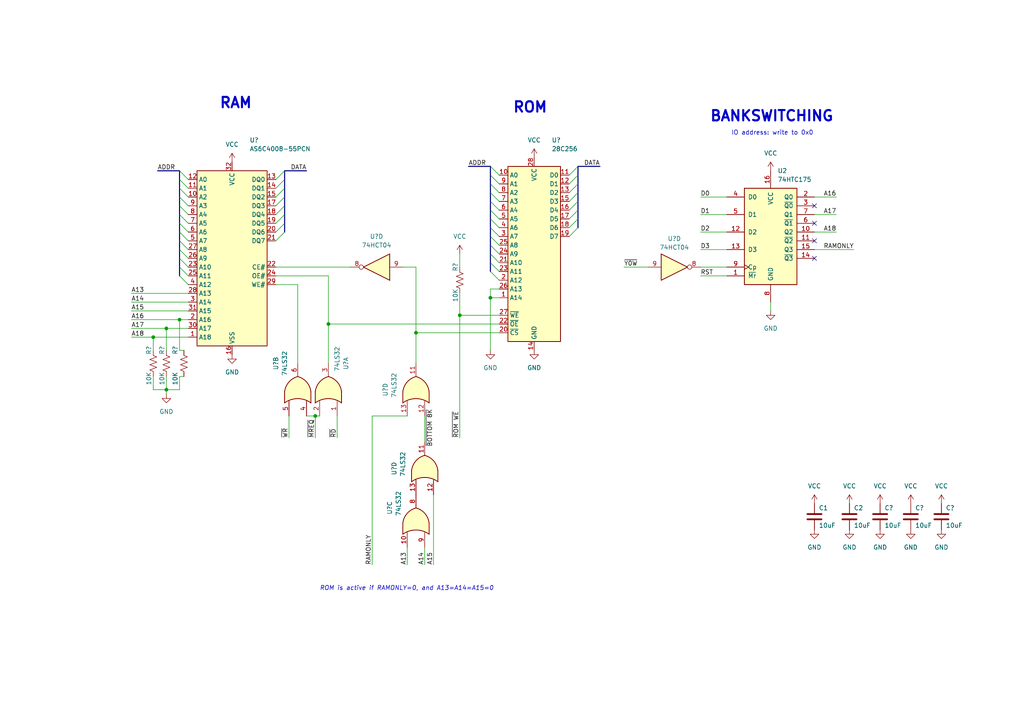
<source format=kicad_sch>
(kicad_sch (version 20230121) (generator eeschema)
  (paper "A4")
  (lib_symbols
    (symbol "74xx:74HCT04"
      (property "Reference" "U" (at 0 1.27 0))
      (property "Value" "74HCT04" (at 0 -1.27 0))
      (symbol "74HCT04_1_0"
        (polyline (pts (xy -3.81 3.81) (xy -3.81 -3.81) (xy 3.81 0) (xy -3.81 3.81)) (stroke (width 0.254)) (fill (type background)))
        (pin input line (at -7.62 0 0) (length 3.81) (name "~") (number "1"))
        (pin output inverted (at 7.62 0 180) (length 3.81) (name "~") (number "2"))
      )
      (symbol "74HCT04_2_0"
        (polyline (pts (xy -3.81 3.81) (xy -3.81 -3.81) (xy 3.81 0) (xy -3.81 3.81)) (stroke (width 0.254)) (fill (type background)))
        (pin input line (at -7.62 0 0) (length 3.81) (name "~") (number "3"))
        (pin output inverted (at 7.62 0 180) (length 3.81) (name "~") (number "4"))
      )
      (symbol "74HCT04_3_0"
        (polyline (pts (xy -3.81 3.81) (xy -3.81 -3.81) (xy 3.81 0) (xy -3.81 3.81)) (stroke (width 0.254)) (fill (type background)))
        (pin input line (at -7.62 0 0) (length 3.81) (name "~") (number "5"))
        (pin output inverted (at 7.62 0 180) (length 3.81) (name "~") (number "6"))
      )
      (symbol "74HCT04_4_0"
        (polyline (pts (xy -3.81 3.81) (xy -3.81 -3.81) (xy 3.81 0) (xy -3.81 3.81)) (stroke (width 0.254)) (fill (type background)))
        (pin output inverted (at 7.62 0 180) (length 3.81) (name "~") (number "8"))
        (pin input line (at -7.62 0 0) (length 3.81) (name "~") (number "9"))
      )
      (symbol "74HCT04_5_0"
        (polyline (pts (xy -3.81 3.81) (xy -3.81 -3.81) (xy 3.81 0) (xy -3.81 3.81)) (stroke (width 0.254)) (fill (type background)))
        (pin output inverted (at 7.62 0 180) (length 3.81) (name "~") (number "10"))
        (pin input line (at -7.62 0 0) (length 3.81) (name "~") (number "11"))
      )
      (symbol "74HCT04_6_0"
        (polyline (pts (xy -3.81 3.81) (xy -3.81 -3.81) (xy 3.81 0) (xy -3.81 3.81)) (stroke (width 0.254)) (fill (type background)))
        (pin output inverted (at 7.62 0 180) (length 3.81) (name "~") (number "12"))
        (pin input line (at -7.62 0 0) (length 3.81) (name "~") (number "13"))
      )
      (symbol "74HCT04_7_0"
        (pin power_in line (at 0 12.7 270) (length 5.08) (name "VCC") (number "14"))
        (pin power_in line (at 0 -12.7 90) (length 5.08) (name "GND") (number "7"))
      )
      (symbol "74HCT04_7_1"
        (rectangle (start -5.08 7.62) (end 5.08 -7.62) (stroke (width 0.254)) (fill (type background)))
      )
    )
    (symbol "74xx:74LS175" (pin_names (offset 1.016))
      (property "Reference" "U" (at -7.62 13.97 0))
      (property "Value" "74LS175" (at -7.62 -16.51 0))
      (symbol "74LS175_1_0"
        (pin input line (at -12.7 -12.7 0) (length 5.08) (name "~{Mr}") (number "1"))
        (pin output line (at 12.7 0 180) (length 5.08) (name "Q2") (number "10"))
        (pin output line (at 12.7 -2.54 180) (length 5.08) (name "~{Q2}") (number "11"))
        (pin input line (at -12.7 0 0) (length 5.08) (name "D2") (number "12"))
        (pin input line (at -12.7 -5.08 0) (length 5.08) (name "D3") (number "13"))
        (pin output line (at 12.7 -7.62 180) (length 5.08) (name "~{Q3}") (number "14"))
        (pin output line (at 12.7 -5.08 180) (length 5.08) (name "Q3") (number "15"))
        (pin power_in line (at 0 17.78 270) (length 5.08) (name "VCC") (number "16"))
        (pin output line (at 12.7 10.16 180) (length 5.08) (name "Q0") (number "2"))
        (pin output line (at 12.7 7.62 180) (length 5.08) (name "~{Q0}") (number "3"))
        (pin input line (at -12.7 10.16 0) (length 5.08) (name "D0") (number "4"))
        (pin input line (at -12.7 5.08 0) (length 5.08) (name "D1") (number "5"))
        (pin output line (at 12.7 2.54 180) (length 5.08) (name "~{Q1}") (number "6"))
        (pin output line (at 12.7 5.08 180) (length 5.08) (name "Q1") (number "7"))
        (pin power_in line (at 0 -20.32 90) (length 5.08) (name "GND") (number "8"))
        (pin input clock (at -12.7 -10.16 0) (length 5.08) (name "Cp") (number "9"))
      )
      (symbol "74LS175_1_1"
        (rectangle (start -7.62 12.7) (end 7.62 -15.24) (stroke (width 0.254)) (fill (type background)))
      )
    )
    (symbol "74xx:74LS32" (pin_names (offset 1.016))
      (property "Reference" "U" (at 0 1.27 0))
      (property "Value" "74LS32" (at 0 -1.27 0))
      (symbol "74LS32_1_1"
        (arc (start -3.81 -3.81) (mid -2.589 0) (end -3.81 3.81) (stroke (width 0.254)))
        (arc (start -0.6096 -3.81) (mid 2.1842 -2.5851) (end 3.81 0) (stroke (width 0.254)) (fill (type background)))
        (polyline (pts (xy -3.81 -3.81) (xy -0.635 -3.81)) (stroke (width 0.254)) (fill (type background)))
        (polyline (pts (xy -3.81 3.81) (xy -0.635 3.81)) (stroke (width 0.254)) (fill (type background)))
        (polyline (pts (xy -0.635 3.81) (xy -3.81 3.81) (xy -3.81 3.81) (xy -3.556 3.4036) (xy -3.0226 2.2606) (xy -2.6924 1.0414) (xy -2.6162 -0.254) (xy -2.7686 -1.4986) (xy -3.175 -2.7178) (xy -3.81 -3.81) (xy -3.81 -3.81) (xy -0.635 -3.81)) (stroke (width -25.4)) (fill (type background)))
        (arc (start 3.81 0) (mid 2.1915 2.5936) (end -0.6096 3.81) (stroke (width 0.254)) (fill (type background)))
        (pin input line (at -7.62 2.54 0) (length 4.318) (name "~") (number "1"))
        (pin input line (at -7.62 -2.54 0) (length 4.318) (name "~") (number "2"))
        (pin output line (at 7.62 0 180) (length 3.81) (name "~") (number "3"))
      )
      (symbol "74LS32_1_2"
        (arc (start 0 -3.81) (mid 3.7934 0) (end 0 3.81) (stroke (width 0.254)) (fill (type background)))
        (polyline (pts (xy 0 3.81) (xy -3.81 3.81) (xy -3.81 -3.81) (xy 0 -3.81)) (stroke (width 0.254)) (fill (type background)))
        (pin input inverted (at -7.62 2.54 0) (length 3.81) (name "~") (number "1"))
        (pin input inverted (at -7.62 -2.54 0) (length 3.81) (name "~") (number "2"))
        (pin output inverted (at 7.62 0 180) (length 3.81) (name "~") (number "3"))
      )
      (symbol "74LS32_2_1"
        (arc (start -3.81 -3.81) (mid -2.589 0) (end -3.81 3.81) (stroke (width 0.254)))
        (arc (start -0.6096 -3.81) (mid 2.1842 -2.5851) (end 3.81 0) (stroke (width 0.254)) (fill (type background)))
        (polyline (pts (xy -3.81 -3.81) (xy -0.635 -3.81)) (stroke (width 0.254)) (fill (type background)))
        (polyline (pts (xy -3.81 3.81) (xy -0.635 3.81)) (stroke (width 0.254)) (fill (type background)))
        (polyline (pts (xy -0.635 3.81) (xy -3.81 3.81) (xy -3.81 3.81) (xy -3.556 3.4036) (xy -3.0226 2.2606) (xy -2.6924 1.0414) (xy -2.6162 -0.254) (xy -2.7686 -1.4986) (xy -3.175 -2.7178) (xy -3.81 -3.81) (xy -3.81 -3.81) (xy -0.635 -3.81)) (stroke (width -25.4)) (fill (type background)))
        (arc (start 3.81 0) (mid 2.1915 2.5936) (end -0.6096 3.81) (stroke (width 0.254)) (fill (type background)))
        (pin input line (at -7.62 2.54 0) (length 4.318) (name "~") (number "4"))
        (pin input line (at -7.62 -2.54 0) (length 4.318) (name "~") (number "5"))
        (pin output line (at 7.62 0 180) (length 3.81) (name "~") (number "6"))
      )
      (symbol "74LS32_2_2"
        (arc (start 0 -3.81) (mid 3.7934 0) (end 0 3.81) (stroke (width 0.254)) (fill (type background)))
        (polyline (pts (xy 0 3.81) (xy -3.81 3.81) (xy -3.81 -3.81) (xy 0 -3.81)) (stroke (width 0.254)) (fill (type background)))
        (pin input inverted (at -7.62 2.54 0) (length 3.81) (name "~") (number "4"))
        (pin input inverted (at -7.62 -2.54 0) (length 3.81) (name "~") (number "5"))
        (pin output inverted (at 7.62 0 180) (length 3.81) (name "~") (number "6"))
      )
      (symbol "74LS32_3_1"
        (arc (start -3.81 -3.81) (mid -2.589 0) (end -3.81 3.81) (stroke (width 0.254)))
        (arc (start -0.6096 -3.81) (mid 2.1842 -2.5851) (end 3.81 0) (stroke (width 0.254)) (fill (type background)))
        (polyline (pts (xy -3.81 -3.81) (xy -0.635 -3.81)) (stroke (width 0.254)) (fill (type background)))
        (polyline (pts (xy -3.81 3.81) (xy -0.635 3.81)) (stroke (width 0.254)) (fill (type background)))
        (polyline (pts (xy -0.635 3.81) (xy -3.81 3.81) (xy -3.81 3.81) (xy -3.556 3.4036) (xy -3.0226 2.2606) (xy -2.6924 1.0414) (xy -2.6162 -0.254) (xy -2.7686 -1.4986) (xy -3.175 -2.7178) (xy -3.81 -3.81) (xy -3.81 -3.81) (xy -0.635 -3.81)) (stroke (width -25.4)) (fill (type background)))
        (arc (start 3.81 0) (mid 2.1915 2.5936) (end -0.6096 3.81) (stroke (width 0.254)) (fill (type background)))
        (pin input line (at -7.62 -2.54 0) (length 4.318) (name "~") (number "10"))
        (pin output line (at 7.62 0 180) (length 3.81) (name "~") (number "8"))
        (pin input line (at -7.62 2.54 0) (length 4.318) (name "~") (number "9"))
      )
      (symbol "74LS32_3_2"
        (arc (start 0 -3.81) (mid 3.7934 0) (end 0 3.81) (stroke (width 0.254)) (fill (type background)))
        (polyline (pts (xy 0 3.81) (xy -3.81 3.81) (xy -3.81 -3.81) (xy 0 -3.81)) (stroke (width 0.254)) (fill (type background)))
        (pin input inverted (at -7.62 -2.54 0) (length 3.81) (name "~") (number "10"))
        (pin output inverted (at 7.62 0 180) (length 3.81) (name "~") (number "8"))
        (pin input inverted (at -7.62 2.54 0) (length 3.81) (name "~") (number "9"))
      )
      (symbol "74LS32_4_1"
        (arc (start -3.81 -3.81) (mid -2.589 0) (end -3.81 3.81) (stroke (width 0.254)))
        (arc (start -0.6096 -3.81) (mid 2.1842 -2.5851) (end 3.81 0) (stroke (width 0.254)) (fill (type background)))
        (polyline (pts (xy -3.81 -3.81) (xy -0.635 -3.81)) (stroke (width 0.254)) (fill (type background)))
        (polyline (pts (xy -3.81 3.81) (xy -0.635 3.81)) (stroke (width 0.254)) (fill (type background)))
        (polyline (pts (xy -0.635 3.81) (xy -3.81 3.81) (xy -3.81 3.81) (xy -3.556 3.4036) (xy -3.0226 2.2606) (xy -2.6924 1.0414) (xy -2.6162 -0.254) (xy -2.7686 -1.4986) (xy -3.175 -2.7178) (xy -3.81 -3.81) (xy -3.81 -3.81) (xy -0.635 -3.81)) (stroke (width -25.4)) (fill (type background)))
        (arc (start 3.81 0) (mid 2.1915 2.5936) (end -0.6096 3.81) (stroke (width 0.254)) (fill (type background)))
        (pin output line (at 7.62 0 180) (length 3.81) (name "~") (number "11"))
        (pin input line (at -7.62 2.54 0) (length 4.318) (name "~") (number "12"))
        (pin input line (at -7.62 -2.54 0) (length 4.318) (name "~") (number "13"))
      )
      (symbol "74LS32_4_2"
        (arc (start 0 -3.81) (mid 3.7934 0) (end 0 3.81) (stroke (width 0.254)) (fill (type background)))
        (polyline (pts (xy 0 3.81) (xy -3.81 3.81) (xy -3.81 -3.81) (xy 0 -3.81)) (stroke (width 0.254)) (fill (type background)))
        (pin output inverted (at 7.62 0 180) (length 3.81) (name "~") (number "11"))
        (pin input inverted (at -7.62 2.54 0) (length 3.81) (name "~") (number "12"))
        (pin input inverted (at -7.62 -2.54 0) (length 3.81) (name "~") (number "13"))
      )
      (symbol "74LS32_5_0"
        (pin power_in line (at 0 12.7 270) (length 5.08) (name "VCC") (number "14"))
        (pin power_in line (at 0 -12.7 90) (length 5.08) (name "GND") (number "7"))
      )
      (symbol "74LS32_5_1"
        (rectangle (start -5.08 7.62) (end 5.08 -7.62) (stroke (width 0.254)) (fill (type background)))
      )
    )
    (symbol "Device:C" (pin_numbers hide) (pin_names (offset 0.254))
      (property "Reference" "C" (at 0.635 2.54 0))
      (property "Value" "C" (at 0.635 -2.54 0))
      (symbol "C_0_1"
        (polyline (pts (xy -2.032 -0.762) (xy 2.032 -0.762)) (stroke (width 0.508)))
        (polyline (pts (xy -2.032 0.762) (xy 2.032 0.762)) (stroke (width 0.508)))
      )
      (symbol "C_1_1"
        (pin passive line (at 0 3.81 270) (length 2.794) (name "~") (number "1"))
        (pin passive line (at 0 -3.81 90) (length 2.794) (name "~") (number "2"))
      )
    )
    (symbol "Device:R_US" (pin_numbers hide) (pin_names (offset 0))
      (property "Reference" "R" (at 2.54 0 90))
      (property "Value" "R_US" (at -2.54 0 90))
      (symbol "R_US_0_1"
        (polyline (pts (xy 0 -2.286) (xy 0 -2.54)))
        (polyline (pts (xy 0 2.286) (xy 0 2.54)))
        (polyline (pts (xy 0 -0.762) (xy 1.016 -1.143) (xy 0 -1.524) (xy -1.016 -1.905) (xy 0 -2.286)))
        (polyline (pts (xy 0 0.762) (xy 1.016 0.381) (xy 0 0) (xy -1.016 -0.381) (xy 0 -0.762)))
        (polyline (pts (xy 0 2.286) (xy 1.016 1.905) (xy 0 1.524) (xy -1.016 1.143) (xy 0 0.762)))
      )
      (symbol "R_US_1_1"
        (pin passive line (at 0 3.81 270) (length 1.27) (name "~") (number "1"))
        (pin passive line (at 0 -3.81 90) (length 1.27) (name "~") (number "2"))
      )
    )
    (symbol "Memory_EEPROM:28C256"
      (property "Reference" "U" (at -7.62 26.67 0))
      (property "Value" "28C256" (at 2.54 -26.67 0))
      (symbol "28C256_1_1"
        (rectangle (start -7.62 25.4) (end 7.62 -25.4) (stroke (width 0.254)) (fill (type background)))
        (pin input line (at -10.16 -12.7 0) (length 2.54) (name "A14") (number "1"))
        (pin input line (at -10.16 22.86 0) (length 2.54) (name "A0") (number "10"))
        (pin tri_state line (at 10.16 22.86 180) (length 2.54) (name "D0") (number "11"))
        (pin tri_state line (at 10.16 20.32 180) (length 2.54) (name "D1") (number "12"))
        (pin tri_state line (at 10.16 17.78 180) (length 2.54) (name "D2") (number "13"))
        (pin power_in line (at 0 -27.94 90) (length 2.54) (name "GND") (number "14"))
        (pin tri_state line (at 10.16 15.24 180) (length 2.54) (name "D3") (number "15"))
        (pin tri_state line (at 10.16 12.7 180) (length 2.54) (name "D4") (number "16"))
        (pin tri_state line (at 10.16 10.16 180) (length 2.54) (name "D5") (number "17"))
        (pin tri_state line (at 10.16 7.62 180) (length 2.54) (name "D6") (number "18"))
        (pin tri_state line (at 10.16 5.08 180) (length 2.54) (name "D7") (number "19"))
        (pin input line (at -10.16 -7.62 0) (length 2.54) (name "A12") (number "2"))
        (pin input line (at -10.16 -22.86 0) (length 2.54) (name "~{CS}") (number "20"))
        (pin input line (at -10.16 -2.54 0) (length 2.54) (name "A10") (number "21"))
        (pin input line (at -10.16 -20.32 0) (length 2.54) (name "~{OE}") (number "22"))
        (pin input line (at -10.16 -5.08 0) (length 2.54) (name "A11") (number "23"))
        (pin input line (at -10.16 0 0) (length 2.54) (name "A9") (number "24"))
        (pin input line (at -10.16 2.54 0) (length 2.54) (name "A8") (number "25"))
        (pin input line (at -10.16 -10.16 0) (length 2.54) (name "A13") (number "26"))
        (pin input line (at -10.16 -17.78 0) (length 2.54) (name "~{WE}") (number "27"))
        (pin power_in line (at 0 27.94 270) (length 2.54) (name "VCC") (number "28"))
        (pin input line (at -10.16 5.08 0) (length 2.54) (name "A7") (number "3"))
        (pin input line (at -10.16 7.62 0) (length 2.54) (name "A6") (number "4"))
        (pin input line (at -10.16 10.16 0) (length 2.54) (name "A5") (number "5"))
        (pin input line (at -10.16 12.7 0) (length 2.54) (name "A4") (number "6"))
        (pin input line (at -10.16 15.24 0) (length 2.54) (name "A3") (number "7"))
        (pin input line (at -10.16 17.78 0) (length 2.54) (name "A2") (number "8"))
        (pin input line (at -10.16 20.32 0) (length 2.54) (name "A1") (number "9"))
      )
    )
    (symbol "Memory_RAM:AS6C4008-55PCN"
      (property "Reference" "U" (at -10.16 26.035 0))
      (property "Value" "AS6C4008-55PCN" (at 2.54 26.035 0))
      (symbol "AS6C4008-55PCN_0_0"
        (pin power_in line (at 0 -27.94 90) (length 2.54) (name "VSS") (number "16"))
        (pin power_in line (at 0 27.94 270) (length 2.54) (name "VCC") (number "32"))
      )
      (symbol "AS6C4008-55PCN_0_1"
        (rectangle (start -10.16 25.4) (end 10.16 -25.4) (stroke (width 0.254)) (fill (type background)))
      )
      (symbol "AS6C4008-55PCN_1_1"
        (pin input line (at -12.7 -22.86 0) (length 2.54) (name "A18") (number "1"))
        (pin input line (at -12.7 17.78 0) (length 2.54) (name "A2") (number "10"))
        (pin input line (at -12.7 20.32 0) (length 2.54) (name "A1") (number "11"))
        (pin input line (at -12.7 22.86 0) (length 2.54) (name "A0") (number "12"))
        (pin tri_state line (at 12.7 22.86 180) (length 2.54) (name "DQ0") (number "13"))
        (pin tri_state line (at 12.7 20.32 180) (length 2.54) (name "DQ1") (number "14"))
        (pin tri_state line (at 12.7 17.78 180) (length 2.54) (name "DQ2") (number "15"))
        (pin tri_state line (at 12.7 15.24 180) (length 2.54) (name "DQ3") (number "17"))
        (pin tri_state line (at 12.7 12.7 180) (length 2.54) (name "DQ4") (number "18"))
        (pin tri_state line (at 12.7 10.16 180) (length 2.54) (name "DQ5") (number "19"))
        (pin input line (at -12.7 -17.78 0) (length 2.54) (name "A16") (number "2"))
        (pin tri_state line (at 12.7 7.62 180) (length 2.54) (name "DQ6") (number "20"))
        (pin tri_state line (at 12.7 5.08 180) (length 2.54) (name "DQ7") (number "21"))
        (pin input line (at 12.7 -2.54 180) (length 2.54) (name "CE#") (number "22"))
        (pin input line (at -12.7 -2.54 0) (length 2.54) (name "A10") (number "23"))
        (pin input line (at 12.7 -5.08 180) (length 2.54) (name "OE#") (number "24"))
        (pin input line (at -12.7 -5.08 0) (length 2.54) (name "A11") (number "25"))
        (pin input line (at -12.7 0 0) (length 2.54) (name "A9") (number "26"))
        (pin input line (at -12.7 2.54 0) (length 2.54) (name "A8") (number "27"))
        (pin input line (at -12.7 -10.16 0) (length 2.54) (name "A13") (number "28"))
        (pin input line (at 12.7 -7.62 180) (length 2.54) (name "WE#") (number "29"))
        (pin input line (at -12.7 -12.7 0) (length 2.54) (name "A14") (number "3"))
        (pin input line (at -12.7 -20.32 0) (length 2.54) (name "A17") (number "30"))
        (pin input line (at -12.7 -15.24 0) (length 2.54) (name "A15") (number "31"))
        (pin input line (at -12.7 -7.62 0) (length 2.54) (name "A12") (number "4"))
        (pin input line (at -12.7 5.08 0) (length 2.54) (name "A7") (number "5"))
        (pin input line (at -12.7 7.62 0) (length 2.54) (name "A6") (number "6"))
        (pin input line (at -12.7 10.16 0) (length 2.54) (name "A5") (number "7"))
        (pin input line (at -12.7 12.7 0) (length 2.54) (name "A4") (number "8"))
        (pin input line (at -12.7 15.24 0) (length 2.54) (name "A3") (number "9"))
      )
    )
    (symbol "power:GND" (power) (pin_names (offset 0))
      (property "Value" "GND" (at 0 -3.81 0))
      (symbol "GND_0_1"
        (polyline (pts (xy 0 0) (xy 0 -1.27) (xy 1.27 -1.27) (xy 0 -2.54) (xy -1.27 -1.27) (xy 0 -1.27)))
      )
      (symbol "GND_1_1"
        (pin power_in line (at 0 0 270) (length 0) hide (name "GND") (number "1"))
      )
    )
    (symbol "power:VCC" (power) (pin_names (offset 0))
      (property "Value" "VCC" (at 0 3.81 0))
      (symbol "VCC_0_1"
        (polyline (pts (xy -0.762 1.27) (xy 0 2.54)))
        (polyline (pts (xy 0 0) (xy 0 2.54)))
        (polyline (pts (xy 0 2.54) (xy 0.762 1.27)))
      )
      (symbol "VCC_1_1"
        (pin power_in line (at 0 0 90) (length 0) hide (name "VCC") (number "1"))
      )
    )
  )
  (junction (at 95.25 93.98))
  (junction (at 142.24 86.36))
  (junction (at 133.35 91.44))
  (junction (at 120.65 96.52))
  (junction (at 48.26 95.25))
  (junction (at 52.07 92.71))
  (junction (at 91.44 120.65))
  (junction (at 44.45 97.79))
  (junction (at 48.26 113.03))
  (no_connect (at 236.22 59.69))
  (no_connect (at 236.22 69.85))
  (no_connect (at 236.22 64.77))
  (no_connect (at 236.22 74.93))
  (bus_entry (at 142.24 78.74) (size 2.54 2.54))
  (bus_entry (at 142.24 60.96) (size 2.54 2.54))
  (bus_entry (at 142.24 58.42) (size 2.54 2.54))
  (bus_entry (at 52.07 49.53) (size 2.54 2.54))
  (bus_entry (at 142.24 53.34) (size 2.54 2.54))
  (bus_entry (at 142.24 66.04) (size 2.54 2.54))
  (bus_entry (at 167.64 53.34) (size -2.54 2.54))
  (bus_entry (at 167.64 66.04) (size -2.54 2.54))
  (bus_entry (at 142.24 76.2) (size 2.54 2.54))
  (bus_entry (at 52.07 77.47) (size 2.54 2.54))
  (bus_entry (at 82.55 57.15) (size -2.54 2.54))
  (bus_entry (at 167.64 55.88) (size -2.54 2.54))
  (bus_entry (at 52.07 59.69) (size 2.54 2.54))
  (bus_entry (at 167.64 48.26) (size -2.54 2.54))
  (bus_entry (at 82.55 67.31) (size -2.54 2.54))
  (bus_entry (at 52.07 74.93) (size 2.54 2.54))
  (bus_entry (at 142.24 48.26) (size 2.54 2.54))
  (bus_entry (at 167.64 58.42) (size -2.54 2.54))
  (bus_entry (at 142.24 50.8) (size 2.54 2.54))
  (bus_entry (at 82.55 64.77) (size -2.54 2.54))
  (bus_entry (at 82.55 54.61) (size -2.54 2.54))
  (bus_entry (at 52.07 67.31) (size 2.54 2.54))
  (bus_entry (at 52.07 72.39) (size 2.54 2.54))
  (bus_entry (at 52.07 80.01) (size 2.54 2.54))
  (bus_entry (at 142.24 73.66) (size 2.54 2.54))
  (bus_entry (at 142.24 55.88) (size 2.54 2.54))
  (bus_entry (at 52.07 64.77) (size 2.54 2.54))
  (bus_entry (at 82.55 49.53) (size -2.54 2.54))
  (bus_entry (at 142.24 68.58) (size 2.54 2.54))
  (bus_entry (at 52.07 69.85) (size 2.54 2.54))
  (bus_entry (at 82.55 62.23) (size -2.54 2.54))
  (bus_entry (at 82.55 59.69) (size -2.54 2.54))
  (bus_entry (at 52.07 57.15) (size 2.54 2.54))
  (bus_entry (at 167.64 50.8) (size -2.54 2.54))
  (bus_entry (at 82.55 52.07) (size -2.54 2.54))
  (bus_entry (at 142.24 71.12) (size 2.54 2.54))
  (bus_entry (at 167.64 63.5) (size -2.54 2.54))
  (bus_entry (at 52.07 62.23) (size 2.54 2.54))
  (bus_entry (at 142.24 63.5) (size 2.54 2.54))
  (bus_entry (at 167.64 60.96) (size -2.54 2.54))
  (bus_entry (at 52.07 54.61) (size 2.54 2.54))
  (bus_entry (at 52.07 52.07) (size 2.54 2.54))
  (wire (pts (xy 223.52 87.63) (xy 223.52 90.17)))
  (wire (pts (xy 118.11 120.65) (xy 107.95 120.65)))
  (wire (pts (xy 52.07 109.22) (xy 52.07 113.03)))
  (wire (pts (xy 125.73 163.83) (xy 125.73 143.51)))
  (wire (pts (xy 133.35 85.09) (xy 133.35 91.44)))
  (wire (pts (xy 133.35 73.66) (xy 133.35 77.47)))
  (wire (pts (xy 44.45 109.22) (xy 44.45 113.03)))
  (wire (pts (xy 38.1 85.09) (xy 54.61 85.09)))
  (wire (pts (xy 48.26 95.25) (xy 48.26 101.6)))
  (wire (pts (xy 86.36 82.55) (xy 80.01 82.55)))
  (wire (pts (xy 120.65 96.52) (xy 120.65 105.41)))
  (wire (pts (xy 38.1 87.63) (xy 54.61 87.63)))
  (wire (pts (xy 91.44 120.65) (xy 92.71 120.65)))
  (wire (pts (xy 118.11 158.75) (xy 118.11 163.83)))
  (bus (pts (xy 45.72 49.53) (xy 52.07 49.53)))
  (bus (pts (xy 142.24 76.2) (xy 142.24 73.66)))
  (wire (pts (xy 44.45 113.03) (xy 48.26 113.03)))
  (wire (pts (xy 48.26 113.03) (xy 48.26 114.3)))
  (wire (pts (xy 48.26 113.03) (xy 52.07 113.03)))
  (wire (pts (xy 203.2 57.15) (xy 210.82 57.15)))
  (wire (pts (xy 83.82 120.65) (xy 83.82 127)))
  (bus (pts (xy 142.24 78.74) (xy 142.24 76.2)))
  (bus (pts (xy 142.24 68.58) (xy 142.24 66.04)))
  (wire (pts (xy 91.44 127) (xy 91.44 120.65)))
  (bus (pts (xy 142.24 73.66) (xy 142.24 71.12)))
  (wire (pts (xy 242.57 67.31) (xy 236.22 67.31)))
  (wire (pts (xy 242.57 57.15) (xy 236.22 57.15)))
  (bus (pts (xy 135.89 48.26) (xy 142.24 48.26)))
  (bus (pts (xy 52.07 67.31) (xy 52.07 64.77)))
  (wire (pts (xy 52.07 109.22) (xy 53.34 109.22)))
  (bus (pts (xy 142.24 50.8) (xy 142.24 48.26)))
  (bus (pts (xy 82.55 62.23) (xy 82.55 59.69)))
  (wire (pts (xy 86.36 105.41) (xy 86.36 82.55)))
  (wire (pts (xy 242.57 62.23) (xy 236.22 62.23)))
  (wire (pts (xy 133.35 91.44) (xy 144.78 91.44)))
  (wire (pts (xy 38.1 92.71) (xy 52.07 92.71)))
  (bus (pts (xy 142.24 60.96) (xy 142.24 58.42)))
  (bus (pts (xy 82.55 49.53) (xy 88.9 49.53)))
  (wire (pts (xy 38.1 97.79) (xy 44.45 97.79)))
  (bus (pts (xy 167.64 58.42) (xy 167.64 55.88)))
  (wire (pts (xy 123.19 158.75) (xy 123.19 163.83)))
  (wire (pts (xy 95.25 93.98) (xy 144.78 93.98)))
  (wire (pts (xy 52.07 92.71) (xy 54.61 92.71)))
  (wire (pts (xy 180.975 77.47) (xy 187.96 77.47)))
  (wire (pts (xy 44.45 97.79) (xy 54.61 97.79)))
  (wire (pts (xy 52.07 101.6) (xy 53.34 101.6)))
  (wire (pts (xy 95.25 93.98) (xy 95.25 80.01)))
  (wire (pts (xy 116.84 77.47) (xy 120.65 77.47)))
  (wire (pts (xy 123.19 120.65) (xy 123.19 128.27)))
  (bus (pts (xy 142.24 71.12) (xy 142.24 68.58)))
  (bus (pts (xy 167.64 48.26) (xy 173.99 48.26)))
  (bus (pts (xy 142.24 63.5) (xy 142.24 60.96)))
  (wire (pts (xy 133.35 91.44) (xy 133.35 127)))
  (wire (pts (xy 142.24 83.82) (xy 144.78 83.82)))
  (bus (pts (xy 167.64 66.04) (xy 167.64 63.5)))
  (bus (pts (xy 82.55 64.77) (xy 82.55 62.23)))
  (wire (pts (xy 203.2 80.01) (xy 210.82 80.01)))
  (wire (pts (xy 142.24 101.6) (xy 142.24 86.36)))
  (bus (pts (xy 142.24 53.34) (xy 142.24 50.8)))
  (bus (pts (xy 52.07 59.69) (xy 52.07 57.15)))
  (wire (pts (xy 52.07 92.71) (xy 52.07 101.6)))
  (wire (pts (xy 44.45 97.79) (xy 44.45 101.6)))
  (wire (pts (xy 107.95 120.65) (xy 107.95 163.83)))
  (bus (pts (xy 52.07 64.77) (xy 52.07 62.23)))
  (bus (pts (xy 142.24 55.88) (xy 142.24 53.34)))
  (bus (pts (xy 52.07 52.07) (xy 52.07 49.53)))
  (wire (pts (xy 203.2 77.47) (xy 210.82 77.47)))
  (wire (pts (xy 203.2 62.23) (xy 210.82 62.23)))
  (wire (pts (xy 80.01 77.47) (xy 101.6 77.47)))
  (bus (pts (xy 82.55 54.61) (xy 82.55 52.07)))
  (bus (pts (xy 52.07 54.61) (xy 52.07 52.07)))
  (bus (pts (xy 52.07 80.01) (xy 52.07 77.47)))
  (wire (pts (xy 142.24 86.36) (xy 144.78 86.36)))
  (bus (pts (xy 52.07 62.23) (xy 52.07 59.69)))
  (bus (pts (xy 82.55 52.07) (xy 82.55 49.53)))
  (bus (pts (xy 82.55 57.15) (xy 82.55 54.61)))
  (wire (pts (xy 203.2 72.39) (xy 210.82 72.39)))
  (bus (pts (xy 52.07 77.47) (xy 52.07 74.93)))
  (wire (pts (xy 120.65 96.52) (xy 144.78 96.52)))
  (wire (pts (xy 236.22 72.39) (xy 247.65 72.39)))
  (wire (pts (xy 95.25 80.01) (xy 80.01 80.01)))
  (bus (pts (xy 167.64 50.8) (xy 167.64 48.26)))
  (wire (pts (xy 48.26 95.25) (xy 54.61 95.25)))
  (bus (pts (xy 82.55 59.69) (xy 82.55 57.15)))
  (bus (pts (xy 167.64 55.88) (xy 167.64 53.34)))
  (wire (pts (xy 95.25 105.41) (xy 95.25 93.98)))
  (wire (pts (xy 38.1 90.17) (xy 54.61 90.17)))
  (bus (pts (xy 52.07 57.15) (xy 52.07 54.61)))
  (bus (pts (xy 142.24 66.04) (xy 142.24 63.5)))
  (wire (pts (xy 97.79 120.65) (xy 97.79 127)))
  (wire (pts (xy 48.26 109.22) (xy 48.26 113.03)))
  (wire (pts (xy 142.24 86.36) (xy 142.24 83.82)))
  (bus (pts (xy 82.55 67.31) (xy 82.55 64.77)))
  (bus (pts (xy 167.64 63.5) (xy 167.64 60.96)))
  (bus (pts (xy 142.24 58.42) (xy 142.24 55.88)))
  (wire (pts (xy 203.2 67.31) (xy 210.82 67.31)))
  (bus (pts (xy 52.07 74.93) (xy 52.07 72.39)))
  (bus (pts (xy 52.07 72.39) (xy 52.07 69.85)))
  (bus (pts (xy 167.64 53.34) (xy 167.64 50.8)))
  (bus (pts (xy 52.07 69.85) (xy 52.07 67.31)))
  (wire (pts (xy 91.44 120.65) (xy 88.9 120.65)))
  (wire (pts (xy 38.1 95.25) (xy 48.26 95.25)))
  (wire (pts (xy 120.65 77.47) (xy 120.65 96.52)))
  (bus (pts (xy 167.64 60.96) (xy 167.64 58.42)))
  (text "ROM" (at 148.59 33.02 0) (effects (font (size 3 3) (thickness 0.6) bold) (justify left bottom)))
  (text "ROM is active if RAMONLY=0, and A13=A14=A15=0" (at 92.71 171.45 0) (effects (font (size 1.27 1.27) italic) (justify left bottom)))
  (text "RAM" (at 63.5 31.75 0) (effects (font (size 3 3) (thickness 0.6) bold) (justify left bottom)))
  (text "IO address: write to 0x0" (at 212.09 39.37 0) (effects (font (size 1.27 1.27)) (justify left bottom)))
  (text "BANKSWITCHING" (at 205.74 35.56 0) (effects (font (size 3 3) (thickness 0.6) bold) (justify left bottom)))
  (label "A18" (at 242.57 67.31 180))
  (label "ADDR" (at 135.89 48.26 0))
  (label "A16" (at 242.57 57.15 180))
  (label "~{WR}" (at 83.82 127 90))
  (label "DATA" (at 173.99 48.26 180))
  (label "A14" (at 38.1 87.63 0))
  (label "D3" (at 203.2 72.39 0))
  (label "D0" (at 203.2 57.15 0))
  (label "~{RD}" (at 97.79 127 90))
  (label "DATA" (at 88.9 49.53 180))
  (label "A13" (at 38.1 85.09 0))
  (label "~{BOTTOM 8K}" (at 125.73 129.54 90))
  (label "A17" (at 242.57 62.23 180))
  (label "A16" (at 38.1 92.71 0))
  (label "A17" (at 38.1 95.25 0))
  (label "~{MREQ}" (at 91.44 127 90))
  (label "A15" (at 38.1 90.17 0))
  (label "RAMONLY" (at 247.65 72.39 180))
  (label "A18" (at 38.1 97.79 0))
  (label "A15" (at 125.73 163.83 90))
  (label "~{Y0W}" (at 180.975 77.47 0))
  (label "ADDR" (at 45.72 49.53 0))
  (label "A13" (at 118.11 163.83 90))
  (label "RST" (at 203.2 80.01 0))
  (label "RAMONLY" (at 107.95 163.83 90))
  (label "D2" (at 203.2 67.31 0))
  (label "A14" (at 123.19 163.83 90))
  (label "D1" (at 203.2 62.23 0))
  (label "~{ROM WE}" (at 133.35 127 90))
  (symbol (lib_id "Device:R_US") (at 48.26 105.41 180) (unit 1)
    (property "Reference" "R?" (at 46.99 102.87 90) (effects (justify right)))
    (property "Value" "10K" (at 46.99 111.76 90) (effects (justify right)))
    (instances (project "fortuna-s" (path "" (reference "R?") (unit 1)) (path "" (reference "R2") (unit 1))))
  )
  (symbol (lib_id "power:VCC") (at 223.52 49.53 0) (unit 1)
    (property "Reference" "#PWR04" (effects hide))
    (property "Value" "VCC" (at 223.52 44.45 0))
  )
  (symbol (lib_id "Memory_RAM:AS6C4008-55PCN") (at 67.31 74.93 0) (unit 1)
    (property "Reference" "U?" (at 72.39 40.64 0) (effects (justify left)))
    (property "Value" "AS6C4008-55PCN" (at 72.39 43.18 0) (effects (justify left)))
    (property "Footprint" "Package_DIP:DIP-32_W15.24mm" (effects hide))
    (property "Datasheet" "https://www.alliancememory.com/wp-content/uploads/pdf/AS6C4008.pdf" (effects hide))
    (instances (project "fortuna-s" (path "" (reference "U?") (unit 1)) (path "" (reference "U3") (unit 1))))
  )
  (symbol (lib_id "power:GND") (at 273.05 153.67 0) (unit 1)
    (property "Reference" "#PWR?" (effects hide))
    (property "Value" "GND" (at 273.05 158.75 0))
    (instances (project "fortuna-s" (path "" (reference "#PWR?") (unit 1)) (path "" (reference "#PWR031") (unit 1))))
  )
  (symbol (lib_id "Device:C") (at 236.22 149.86 0) (unit 1)
    (property "Reference" "C1" (at 237.49 147.32 0) (effects (justify left)))
    (property "Value" "10uF" (at 237.49 152.4 0) (effects (justify left)))
    (instances (project "fortuna-s" (path "" (reference "C1") (unit 1)) (path "" (reference "C2") (unit 1))))
  )
  (symbol (lib_id "power:VCC") (at 236.22 146.05 0) (unit 1)
    (property "Reference" "#PWR06" (effects hide))
    (property "Value" "VCC" (at 236.22 140.97 0))
    (instances (project "fortuna-s" (path "" (reference "#PWR06") (unit 1)) (path "" (reference "#PWR08") (unit 1))))
  )
  (symbol (lib_id "74xx:74LS32") (at 123.19 135.89 270) (mirror x) (unit 4)
    (property "Reference" "U?" (at 114.3 135.89 0))
    (property "Value" "74LS32" (at 116.84 134.62 0))
    (property "Datasheet" "http://www.ti.com/lit/gpn/sn74LS32" (effects hide))
    (instances (project "fortuna-s" (path "" (reference "U?") (unit 4)) (path "" (reference "U4") (unit 4))))
  )
  (symbol (lib_id "power:VCC") (at 255.27 146.05 0) (unit 1)
    (property "Reference" "#PWR?" (effects hide))
    (property "Value" "VCC" (at 255.27 140.97 0))
    (instances (project "fortuna-s" (path "" (reference "#PWR?") (unit 1)) (path "" (reference "#PWR026") (unit 1))))
  )
  (symbol (lib_id "power:VCC") (at 154.94 45.72 0) (unit 1)
    (property "Reference" "#PWR?" (effects hide))
    (property "Value" "VCC" (at 154.94 40.64 0))
    (instances (project "fortuna-s" (path "" (reference "#PWR?") (unit 1)) (path "" (reference "#PWR022") (unit 1))))
  )
  (symbol (lib_id "74xx:74LS32") (at 86.36 113.03 270) (mirror x) (unit 2)
    (property "Reference" "U?" (at 80.01 105.41 0))
    (property "Value" "74LS32" (at 82.55 105.41 0))
    (property "Datasheet" "http://www.ti.com/lit/gpn/sn74LS32" (effects hide))
    (instances (project "fortuna-s" (path "" (reference "U?") (unit 2)) (path "" (reference "U4") (unit 2))))
  )
  (symbol (lib_id "74xx:74LS32") (at 95.25 113.03 270) (mirror x) (unit 1)
    (property "Reference" "U?" (at 100.33 105.41 0))
    (property "Value" "74LS32" (at 97.79 104.14 0))
    (property "Datasheet" "http://www.ti.com/lit/gpn/sn74LS32" (effects hide))
    (instances (project "fortuna-s" (path "" (reference "U?") (unit 1)) (path "" (reference "U4") (unit 1))))
  )
  (symbol (lib_id "74xx:74LS175") (at 223.52 67.31 0) (unit 1)
    (property "Reference" "U2" (at 225.5394 49.53 0) (effects (justify left)))
    (property "Value" "74HTC175" (at 225.5394 52.07 0) (effects (justify left)))
    (property "Datasheet" "http://www.ti.com/lit/gpn/sn74LS175" (effects hide))
  )
  (symbol (lib_id "power:VCC") (at 67.31 46.99 0) (unit 1)
    (property "Reference" "#PWR?" (effects hide))
    (property "Value" "VCC" (at 67.31 41.91 0))
    (instances (project "fortuna-s" (path "" (reference "#PWR?") (unit 1)) (path "" (reference "#PWR013") (unit 1))))
  )
  (symbol (lib_id "power:GND") (at 264.16 153.67 0) (unit 1)
    (property "Reference" "#PWR?" (effects hide))
    (property "Value" "GND" (at 264.16 158.75 0))
    (instances (project "fortuna-s" (path "" (reference "#PWR?") (unit 1)) (path "" (reference "#PWR029") (unit 1))))
  )
  (symbol (lib_id "power:GND") (at 236.22 153.67 0) (unit 1)
    (property "Reference" "#PWR07" (effects hide))
    (property "Value" "GND" (at 236.22 158.75 0))
    (instances (project "fortuna-s" (path "" (reference "#PWR07") (unit 1)) (path "" (reference "#PWR09") (unit 1))))
  )
  (symbol (lib_id "power:VCC") (at 133.35 73.66 0) (unit 1)
    (property "Reference" "#PWR?" (effects hide))
    (property "Value" "VCC" (at 133.35 68.58 0))
    (instances (project "fortuna-s" (path "" (reference "#PWR?") (unit 1)) (path "" (reference "#PWR020") (unit 1))))
  )
  (symbol (lib_id "power:GND") (at 142.24 101.6 0) (unit 1)
    (property "Reference" "#PWR?" (effects hide))
    (property "Value" "GND" (at 142.24 106.68 0))
    (instances (project "fortuna-s" (path "" (reference "#PWR?") (unit 1)) (path "" (reference "#PWR021") (unit 1))))
  )
  (symbol (lib_id "74xx:74HCT04") (at 195.58 77.47 0) (unit 4)
    (property "Reference" "U?" (at 195.58 69.215 0))
    (property "Value" "74HCT04" (at 195.58 71.755 0))
    (property "Datasheet" "https://assets.nexperia.com/documents/data-sheet/74HC_HCT04.pdf" (effects hide))
    (instances (project "fortuna-s" (path "" (reference "U?") (unit 4)) (path "" (reference "U10") (unit 2))))
  )
  (symbol (lib_id "Device:R_US") (at 44.45 105.41 180) (unit 1)
    (property "Reference" "R?" (at 43.18 102.87 90) (effects (justify right)))
    (property "Value" "10K" (at 43.18 111.76 90) (effects (justify right)))
    (instances (project "fortuna-s" (path "" (reference "R?") (unit 1)) (path "" (reference "R1") (unit 1))))
  )
  (symbol (lib_id "74xx:74HCT04") (at 109.22 77.47 180) (unit 4)
    (property "Reference" "U?" (at 109.22 68.58 0))
    (property "Value" "74HCT04" (at 109.22 71.12 0))
    (property "Datasheet" "https://assets.nexperia.com/documents/data-sheet/74HC_HCT04.pdf" (effects hide))
    (instances (project "fortuna-s" (path "" (reference "U?") (unit 4)) (path "" (reference "U5") (unit 4))))
  )
  (symbol (lib_id "Device:R_US") (at 53.34 105.41 180) (unit 1)
    (property "Reference" "R?" (at 50.8 102.87 90) (effects (justify right)))
    (property "Value" "10K" (at 50.8 111.76 90) (effects (justify right)))
    (instances (project "fortuna-s" (path "" (reference "R?") (unit 1)) (path "" (reference "R3") (unit 1))))
  )
  (symbol (lib_id "Device:C") (at 273.05 149.86 0) (unit 1)
    (property "Reference" "C?" (at 274.32 147.32 0) (effects (justify left)))
    (property "Value" "10uF" (at 274.32 152.4 0) (effects (justify left)))
    (instances (project "fortuna-s" (path "" (reference "C?") (unit 1)) (path "" (reference "C6") (unit 1))))
  )
  (symbol (lib_id "power:GND") (at 48.26 114.3 0) (unit 1)
    (property "Reference" "#PWR?" (effects hide))
    (property "Value" "GND" (at 48.26 119.38 0))
    (instances (project "fortuna-s" (path "" (reference "#PWR?") (unit 1)) (path "" (reference "#PWR012") (unit 1))))
  )
  (symbol (lib_id "Memory_EEPROM:28C256") (at 154.94 73.66 0) (unit 1)
    (property "Reference" "U?" (at 160.02 40.64 0) (effects (justify left)))
    (property "Value" "28C256" (at 160.02 43.18 0) (effects (justify left)))
    (property "Datasheet" "http://ww1.microchip.com/downloads/en/DeviceDoc/doc0006.pdf" (effects hide))
    (instances (project "fortuna-s" (path "" (reference "U?") (unit 1)) (path "" (reference "U6") (unit 1))))
  )
  (symbol (lib_id "power:VCC") (at 264.16 146.05 0) (unit 1)
    (property "Reference" "#PWR?" (effects hide))
    (property "Value" "VCC" (at 264.16 140.97 0))
    (instances (project "fortuna-s" (path "" (reference "#PWR?") (unit 1)) (path "" (reference "#PWR028") (unit 1))))
  )
  (symbol (lib_id "power:GND") (at 255.27 153.67 0) (unit 1)
    (property "Reference" "#PWR?" (effects hide))
    (property "Value" "GND" (at 255.27 158.75 0))
    (instances (project "fortuna-s" (path "" (reference "#PWR?") (unit 1)) (path "" (reference "#PWR027") (unit 1))))
  )
  (symbol (lib_id "Device:R_US") (at 133.35 81.28 180) (unit 1)
    (property "Reference" "R?" (at 132.08 78.74 90) (effects (justify right)))
    (property "Value" "10K" (at 132.08 87.63 90) (effects (justify right)))
    (instances (project "fortuna-s" (path "" (reference "R?") (unit 1)) (path "" (reference "R4") (unit 1))))
  )
  (symbol (lib_id "power:GND") (at 67.31 102.87 0) (unit 1)
    (property "Reference" "#PWR?" (effects hide))
    (property "Value" "GND" (at 67.31 107.95 0))
    (instances (project "fortuna-s" (path "" (reference "#PWR?") (unit 1)) (path "" (reference "#PWR019") (unit 1))))
  )
  (symbol (lib_id "power:GND") (at 154.94 101.6 0) (unit 1)
    (property "Reference" "#PWR?" (effects hide))
    (property "Value" "GND" (at 154.94 106.68 0))
    (instances (project "fortuna-s" (path "" (reference "#PWR?") (unit 1)) (path "" (reference "#PWR023") (unit 1))))
  )
  (symbol (lib_id "Device:C") (at 246.38 149.86 0) (unit 1)
    (property "Reference" "C2" (at 247.65 147.32 0) (effects (justify left)))
    (property "Value" "10uF" (at 247.65 152.4 0) (effects (justify left)))
    (instances (project "fortuna-s" (path "" (reference "C2") (unit 1)) (path "" (reference "C3") (unit 1))))
  )
  (symbol (lib_id "74xx:74LS32") (at 120.65 113.03 270) (mirror x) (unit 4)
    (property "Reference" "U?" (at 111.76 113.03 0))
    (property "Value" "74LS32" (at 114.3 111.76 0))
    (property "Datasheet" "http://www.ti.com/lit/gpn/sn74LS32" (effects hide))
    (instances (project "fortuna-s" (path "" (reference "U?") (unit 4)) (path "" (reference "U8") (unit 1))))
  )
  (symbol (lib_id "Device:C") (at 264.16 149.86 0) (unit 1)
    (property "Reference" "C?" (at 265.43 147.32 0) (effects (justify left)))
    (property "Value" "10uF" (at 265.43 152.4 0) (effects (justify left)))
    (instances (project "fortuna-s" (path "" (reference "C?") (unit 1)) (path "" (reference "C5") (unit 1))))
  )
  (symbol (lib_id "power:VCC") (at 273.05 146.05 0) (unit 1)
    (property "Reference" "#PWR?" (effects hide))
    (property "Value" "VCC" (at 273.05 140.97 0))
    (instances (project "fortuna-s" (path "" (reference "#PWR?") (unit 1)) (path "" (reference "#PWR030") (unit 1))))
  )
  (symbol (lib_id "74xx:74LS32") (at 120.65 151.13 270) (mirror x) (unit 3)
    (property "Reference" "U?" (at 113.03 147.32 0))
    (property "Value" "74LS32" (at 115.57 146.05 0))
    (property "Datasheet" "http://www.ti.com/lit/gpn/sn74LS32" (effects hide))
    (instances (project "fortuna-s" (path "" (reference "U?") (unit 3)) (path "" (reference "U4") (unit 3))))
  )
  (symbol (lib_id "power:GND") (at 246.38 153.67 0) (unit 1)
    (property "Reference" "#PWR09" (effects hide))
    (property "Value" "GND" (at 246.38 158.75 0))
    (instances (project "fortuna-s" (path "" (reference "#PWR09") (unit 1)) (path "" (reference "#PWR025") (unit 1))))
  )
  (symbol (lib_id "power:GND") (at 223.52 90.17 0) (unit 1)
    (property "Reference" "#PWR05" (effects hide))
    (property "Value" "GND" (at 223.52 95.25 0))
  )
  (symbol (lib_id "Device:C") (at 255.27 149.86 0) (unit 1)
    (property "Reference" "C?" (at 256.54 147.32 0) (effects (justify left)))
    (property "Value" "10uF" (at 256.54 152.4 0) (effects (justify left)))
    (instances (project "fortuna-s" (path "" (reference "C?") (unit 1)) (path "" (reference "C4") (unit 1))))
  )
  (symbol (lib_id "power:VCC") (at 246.38 146.05 0) (unit 1)
    (property "Reference" "#PWR08" (effects hide))
    (property "Value" "VCC" (at 246.38 140.97 0))
    (instances (project "fortuna-s" (path "" (reference "#PWR08") (unit 1)) (path "" (reference "#PWR024") (unit 1))))
  )
)
</source>
